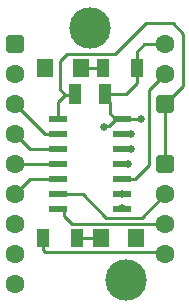
<source format=gtl>
G04*
G04 #@! TF.GenerationSoftware,Altium Limited,Altium Designer,25.1.2 (22)*
G04*
G04 Layer_Physical_Order=1*
G04 Layer_Color=255*
%FSLAX25Y25*%
%MOIN*%
G70*
G04*
G04 #@! TF.SameCoordinates,DC056F1D-8049-40C2-8729-A4453FB46455*
G04*
G04*
G04 #@! TF.FilePolarity,Positive*
G04*
G01*
G75*
%ADD15R,0.06102X0.02362*%
%ADD16R,0.04331X0.06693*%
%ADD17R,0.05512X0.06299*%
%ADD18R,0.04331X0.06496*%
%ADD25C,0.01000*%
%ADD26C,0.06299*%
G04:AMPARAMS|DCode=27|XSize=62.99mil|YSize=62.99mil|CornerRadius=15.75mil|HoleSize=0mil|Usage=FLASHONLY|Rotation=270.000|XOffset=0mil|YOffset=0mil|HoleType=Round|Shape=RoundedRectangle|*
%AMROUNDEDRECTD27*
21,1,0.06299,0.03150,0,0,270.0*
21,1,0.03150,0.06299,0,0,270.0*
1,1,0.03150,-0.01575,-0.01575*
1,1,0.03150,-0.01575,0.01575*
1,1,0.03150,0.01575,0.01575*
1,1,0.03150,0.01575,-0.01575*
%
%ADD27ROUNDEDRECTD27*%
%ADD28C,0.13780*%
%ADD29C,0.02500*%
D15*
X379740Y319500D02*
D03*
Y314500D02*
D03*
Y309500D02*
D03*
Y304500D02*
D03*
Y299500D02*
D03*
Y294500D02*
D03*
Y289500D02*
D03*
X401000D02*
D03*
Y294500D02*
D03*
Y299500D02*
D03*
Y304500D02*
D03*
Y309500D02*
D03*
Y314500D02*
D03*
Y319500D02*
D03*
D16*
X395618Y328000D02*
D03*
X385382D02*
D03*
D17*
X394094Y280000D02*
D03*
X405905D02*
D03*
X387405Y336500D02*
D03*
X375594D02*
D03*
D18*
X386110Y280000D02*
D03*
X374890D02*
D03*
X394890Y336500D02*
D03*
X406110D02*
D03*
D25*
X395703Y286797D02*
X407797D01*
X384457Y284783D02*
X415217D01*
X415500Y284500D01*
X388000Y294500D02*
X395703Y286797D01*
X407797D02*
X415500Y294500D01*
X381836Y287405D02*
X384457Y284783D01*
X399130Y319500D02*
X401000D01*
X396917Y317287D02*
X399130Y319500D01*
X395287Y317287D02*
X396917D01*
X395000Y317000D02*
X395287Y317287D01*
X401000Y319500D02*
X407500D01*
X405500Y299500D02*
X410250Y304250D01*
Y329250D01*
X415500Y334500D01*
X397284Y321346D02*
X399130Y319500D01*
X397284Y321346D02*
Y325183D01*
X386110Y280000D02*
X394094D01*
X401000Y299500D02*
X405500D01*
X375500Y314500D02*
X379740D01*
X365500Y324500D02*
X375500Y314500D01*
X365500D02*
X370500Y309500D01*
X379740D01*
X365500Y304500D02*
X379740D01*
X365500Y294500D02*
X370500Y299500D01*
X379740D01*
X375476Y275250D02*
X414750D01*
X374890Y275836D02*
X375476Y275250D01*
X374890Y275836D02*
Y280000D01*
X414750Y275250D02*
X415500Y274500D01*
X379740Y294500D02*
X388000D01*
X381836Y287405D02*
Y288819D01*
X379740Y289500D02*
X381154D01*
X381836Y288819D01*
X398855Y341355D02*
X409000Y351500D01*
X382855Y341355D02*
X398855D01*
X380500Y339000D02*
X382855Y341355D01*
X380500Y329605D02*
X382302Y327802D01*
X380500Y329605D02*
Y339000D01*
X409000Y351500D02*
X418000D01*
X421500Y348000D01*
Y330500D02*
Y348000D01*
X415500Y324500D02*
X421500Y330500D01*
X415500Y304500D02*
Y324500D01*
X395618Y326849D02*
X397284Y325183D01*
X395618Y326849D02*
Y328000D01*
X382302Y327802D02*
X385184D01*
X379740Y325240D02*
X382302Y327802D01*
X385184D02*
X385382Y328000D01*
X379740Y319500D02*
Y325240D01*
X406110Y336500D02*
Y342110D01*
X408500Y344500D01*
X415500D01*
X402500Y328000D02*
X406110Y331610D01*
Y336500D01*
X395618Y328000D02*
X402500D01*
X387405Y336500D02*
X394890D01*
D26*
X365500Y294500D02*
D03*
Y314500D02*
D03*
Y334500D02*
D03*
Y324500D02*
D03*
Y304500D02*
D03*
Y284500D02*
D03*
Y274500D02*
D03*
Y264500D02*
D03*
X415500Y334500D02*
D03*
Y344500D02*
D03*
Y294500D02*
D03*
Y284500D02*
D03*
Y274500D02*
D03*
D27*
X365500Y344500D02*
D03*
X415500Y324500D02*
D03*
Y304500D02*
D03*
D28*
X390500Y350000D02*
D03*
X402500Y266000D02*
D03*
D29*
X401000Y290000D02*
D03*
X395000Y317000D02*
D03*
X404250Y314500D02*
D03*
X404000Y309500D02*
D03*
X407500Y319500D02*
D03*
X403000Y304500D02*
D03*
X375594Y336500D02*
D03*
X405905Y280000D02*
D03*
X401000Y294500D02*
D03*
M02*

</source>
